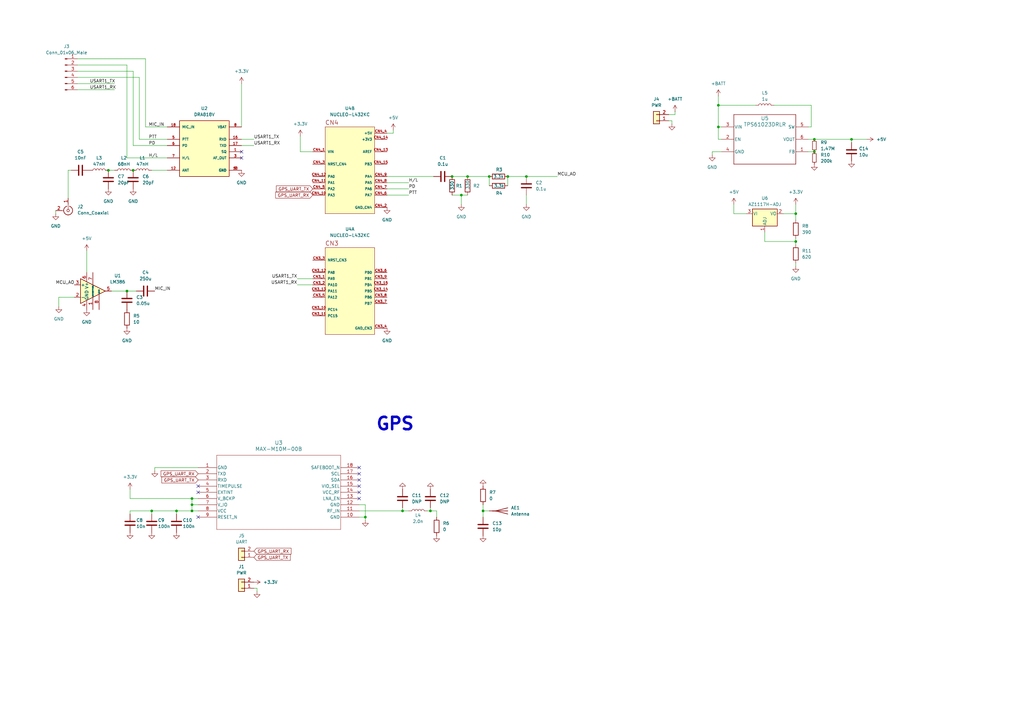
<source format=kicad_sch>
(kicad_sch (version 20231120) (generator "eeschema") (generator_version "8.0")
  (paper "A3")
  (lib_symbols
    (symbol "+3.3V_1" (power) (pin_numbers hide) (pin_names (offset 0) hide)
      (property "Value" "+3.3V" (at 0 3.556 0))
      (symbol "+3.3V_1_0_1"
        (polyline (pts (xy -0.762 1.27) (xy 0 2.54)))
        (polyline (pts (xy 0 0) (xy 0 2.54)))
        (polyline (pts (xy 0 2.54) (xy 0.762 1.27)))
      )
      (symbol "+3.3V_1_1_1"
        (pin power_in line (at 0 0 90) (length 0) (name "~") (number "1"))
      )
    )
    (symbol "Amplifier_Audio:LM386" (pin_names (offset 0.127))
      (property "Reference" "U" (at 1.27 7.62 0))
      (property "Value" "LM386" (at 1.27 5.08 0))
      (symbol "LM386_0_1"
        (polyline (pts (xy 5.08 0) (xy -5.08 5.08) (xy -5.08 -5.08) (xy 5.08 0)) (stroke (width 0.254)) (fill (type background)))
      )
      (symbol "LM386_1_1"
        (pin input line (at 0 -7.62 90) (length 5.08) (name "GAIN") (number "1"))
        (pin input line (at -7.62 -2.54 0) (length 2.54) (name "-") (number "2"))
        (pin input line (at -7.62 2.54 0) (length 2.54) (name "+") (number "3"))
        (pin power_in line (at -2.54 -7.62 90) (length 3.81) (name "GND") (number "4"))
        (pin output line (at 7.62 0 180) (length 2.54) (name "~") (number "5"))
        (pin power_in line (at -2.54 7.62 270) (length 3.81) (name "V+") (number "6"))
        (pin input line (at 0 7.62 270) (length 5.08) (name "BYPASS") (number "7"))
        (pin input line (at 2.54 -7.62 90) (length 6.35) (name "GAIN") (number "8"))
      )
    )
    (symbol "Connector:Conn_01x06_Male" (pin_names (offset 1.016) hide)
      (property "Reference" "J" (at 0 7.62 0))
      (property "Value" "Conn_01x06_Male" (at 0 -10.16 0))
      (symbol "Conn_01x06_Male_1_1"
        (polyline (pts (xy 1.27 -7.62) (xy 0.8636 -7.62)) (stroke (width 0.1524)))
        (polyline (pts (xy 1.27 -5.08) (xy 0.8636 -5.08)) (stroke (width 0.1524)))
        (polyline (pts (xy 1.27 -2.54) (xy 0.8636 -2.54)) (stroke (width 0.1524)))
        (polyline (pts (xy 1.27 0) (xy 0.8636 0)) (stroke (width 0.1524)))
        (polyline (pts (xy 1.27 2.54) (xy 0.8636 2.54)) (stroke (width 0.1524)))
        (polyline (pts (xy 1.27 5.08) (xy 0.8636 5.08)) (stroke (width 0.1524)))
        (rectangle (start 0.8636 -7.493) (end 0 -7.747) (stroke (width 0.1524)) (fill (type outline)))
        (rectangle (start 0.8636 -4.953) (end 0 -5.207) (stroke (width 0.1524)) (fill (type outline)))
        (rectangle (start 0.8636 -2.413) (end 0 -2.667) (stroke (width 0.1524)) (fill (type outline)))
        (rectangle (start 0.8636 0.127) (end 0 -0.127) (stroke (width 0.1524)) (fill (type outline)))
        (rectangle (start 0.8636 2.667) (end 0 2.413) (stroke (width 0.1524)) (fill (type outline)))
        (rectangle (start 0.8636 5.207) (end 0 4.953) (stroke (width 0.1524)) (fill (type outline)))
        (pin passive line (at 5.08 5.08 180) (length 3.81) (name "Pin_1") (number "1"))
        (pin passive line (at 5.08 2.54 180) (length 3.81) (name "Pin_2") (number "2"))
        (pin passive line (at 5.08 0 180) (length 3.81) (name "Pin_3") (number "3"))
        (pin passive line (at 5.08 -2.54 180) (length 3.81) (name "Pin_4") (number "4"))
        (pin passive line (at 5.08 -5.08 180) (length 3.81) (name "Pin_5") (number "5"))
        (pin passive line (at 5.08 -7.62 180) (length 3.81) (name "Pin_6") (number "6"))
      )
    )
    (symbol "Connector:Conn_Coaxial" (pin_names (offset 1.016) hide)
      (property "Reference" "J" (at 0.254 3.048 0))
      (property "Value" "Conn_Coaxial" (at 2.921 0 90))
      (symbol "Conn_Coaxial_0_1"
        (arc (start -1.778 -0.508) (mid 0.2311 -1.8066) (end 1.778 0) (stroke (width 0.254)))
        (polyline (pts (xy -2.54 0) (xy -0.508 0)))
        (polyline (pts (xy 0 -2.54) (xy 0 -1.778)))
        (circle (center 0 0) (radius 0.508) (stroke (width 0.2032)))
        (arc (start 1.778 0) (mid 0.2099 1.8101) (end -1.778 0.508) (stroke (width 0.254)))
      )
      (symbol "Conn_Coaxial_1_1"
        (pin passive line (at -5.08 0 0) (length 2.54) (name "In") (number "1"))
        (pin passive line (at 0 -5.08 90) (length 2.54) (name "Ext") (number "2"))
      )
    )
    (symbol "Connector_Generic:Conn_01x02" (pin_names (offset 1.016) hide)
      (property "Reference" "J" (at 0 2.54 0))
      (property "Value" "Conn_01x02" (at 0 -5.08 0))
      (symbol "Conn_01x02_1_1"
        (rectangle (start -1.27 -2.413) (end 0 -2.667) (stroke (width 0.1524)))
        (rectangle (start -1.27 0.127) (end 0 -0.127) (stroke (width 0.1524)))
        (rectangle (start -1.27 1.27) (end 1.27 -3.81) (stroke (width 0.254)) (fill (type background)))
        (pin passive line (at -5.08 0 0) (length 3.81) (name "Pin_1") (number "1"))
        (pin passive line (at -5.08 -2.54 0) (length 3.81) (name "Pin_2") (number "2"))
      )
    )
    (symbol "DRA818V:DRA818V" (pin_names (offset 1.016))
      (property "Reference" "U" (at -10.1661 13.2159 0))
      (property "Value" "DRA818V" (at -10.1663 -12.7078 0))
      (symbol "DRA818V_0_0"
        (rectangle (start -10.16 -10.16) (end 10.16 12.7) (stroke (width 0.254)) (fill (type background)))
        (pin output line (at 15.24 0 180) (length 5.08) (name "SQ") (number "1"))
        (pin power_in line (at 15.24 -7.62 180) (length 5.08) (name "GND") (number "10"))
        (pin passive line (at -15.24 -7.62 0) (length 5.08) (name "ANT") (number "12"))
        (pin input line (at 15.24 5.08 180) (length 5.08) (name "RXD") (number "16"))
        (pin output line (at 15.24 2.54 180) (length 5.08) (name "TXD") (number "17"))
        (pin input line (at -15.24 10.16 0) (length 5.08) (name "MIC_IN") (number "18"))
        (pin output line (at 15.24 -2.54 180) (length 5.08) (name "AF_OUT") (number "3"))
        (pin input line (at -15.24 5.08 0) (length 5.08) (name "PTT") (number "5"))
        (pin input line (at -15.24 2.54 0) (length 5.08) (name "PD") (number "6"))
        (pin input line (at -15.24 -2.54 0) (length 5.08) (name "H/L") (number "7"))
        (pin power_in line (at 15.24 10.16 180) (length 5.08) (name "VBAT") (number "8"))
        (pin power_in line (at 15.24 -7.62 180) (length 5.08) (name "GND") (number "9"))
      )
    )
    (symbol "Device:Antenna" (pin_numbers hide) (pin_names (offset 1.016) hide)
      (property "Reference" "AE" (at -1.905 1.905 0))
      (property "Value" "Antenna" (at -1.905 0 0))
      (symbol "Antenna_0_1"
        (polyline (pts (xy 0 2.54) (xy 0 -3.81)) (stroke (width 0.254)))
        (polyline (pts (xy 1.27 2.54) (xy 0 -2.54) (xy -1.27 2.54)) (stroke (width 0.254)))
      )
      (symbol "Antenna_1_1"
        (pin input line (at 0 -5.08 90) (length 2.54) (name "A") (number "1"))
      )
    )
    (symbol "Device:C" (pin_numbers hide) (pin_names (offset 0.254))
      (property "Reference" "C" (at 0.635 2.54 0))
      (property "Value" "C" (at 0.635 -2.54 0))
      (symbol "C_0_1"
        (polyline (pts (xy -2.032 -0.762) (xy 2.032 -0.762)) (stroke (width 0.508)))
        (polyline (pts (xy -2.032 0.762) (xy 2.032 0.762)) (stroke (width 0.508)))
      )
      (symbol "C_1_1"
        (pin passive line (at 0 3.81 270) (length 2.794) (name "~") (number "1"))
        (pin passive line (at 0 -3.81 90) (length 2.794) (name "~") (number "2"))
      )
    )
    (symbol "Device:L" (pin_numbers hide) (pin_names (offset 1.016) hide)
      (property "Reference" "L" (at -1.27 0 90))
      (property "Value" "L" (at 1.905 0 90))
      (symbol "L_0_1"
        (arc (start 0 -2.54) (mid 0.6323 -1.905) (end 0 -1.27))
        (arc (start 0 -1.27) (mid 0.6323 -0.635) (end 0 0))
        (arc (start 0 0) (mid 0.6323 0.635) (end 0 1.27))
        (arc (start 0 1.27) (mid 0.6323 1.905) (end 0 2.54))
      )
      (symbol "L_1_1"
        (pin passive line (at 0 3.81 270) (length 1.27) (name "1") (number "1"))
        (pin passive line (at 0 -3.81 90) (length 1.27) (name "2") (number "2"))
      )
    )
    (symbol "Device:R" (pin_numbers hide) (pin_names (offset 0))
      (property "Reference" "R" (at 2.032 0 90))
      (property "Value" "R" (at 0 0 90))
      (symbol "R_0_1"
        (rectangle (start -1.016 -2.54) (end 1.016 2.54) (stroke (width 0.254)))
      )
      (symbol "R_1_1"
        (pin passive line (at 0 3.81 270) (length 1.27) (name "~") (number "1"))
        (pin passive line (at 0 -3.81 90) (length 1.27) (name "~") (number "2"))
      )
    )
    (symbol "Device:R_Small" (pin_numbers hide) (pin_names (offset 0.254) hide)
      (property "Reference" "R" (at 0.762 0.508 0))
      (property "Value" "R_Small" (at 0.762 -1.016 0))
      (symbol "R_Small_0_1"
        (rectangle (start -0.762 1.778) (end 0.762 -1.778) (stroke (width 0.2032)))
      )
      (symbol "R_Small_1_1"
        (pin passive line (at 0 2.54 270) (length 0.762) (name "~") (number "1"))
        (pin passive line (at 0 -2.54 90) (length 0.762) (name "~") (number "2"))
      )
    )
    (symbol "MAX-M10M:MAX-M10M-00B" (pin_names (offset 0.254))
      (property "Reference" "U" (at 33.02 10.16 0))
      (property "Value" "MAX-M10M-00B" (at 33.02 7.62 0))
      (symbol "MAX-M10M-00B_0_1"
        (polyline (pts (xy 7.62 -25.4) (xy 58.42 -25.4)) (stroke (width 0.127)))
        (polyline (pts (xy 7.62 5.08) (xy 7.62 -25.4)) (stroke (width 0.127)))
        (polyline (pts (xy 58.42 -25.4) (xy 58.42 5.08)) (stroke (width 0.127)))
        (polyline (pts (xy 58.42 5.08) (xy 7.62 5.08)) (stroke (width 0.127)))
        (pin power_out line (at 0 0 0) (length 7.62) (name "GND") (number "1"))
        (pin power_out line (at 66.04 -20.32 180) (length 7.62) (name "GND") (number "10"))
        (pin input line (at 66.04 -17.78 180) (length 7.62) (name "RF_IN") (number "11"))
        (pin power_out line (at 66.04 -15.24 180) (length 7.62) (name "GND") (number "12"))
        (pin output line (at 66.04 -12.7 180) (length 7.62) (name "LNA_EN") (number "13"))
        (pin output line (at 66.04 -10.16 180) (length 7.62) (name "VCC_RF") (number "14"))
        (pin input line (at 66.04 -7.62 180) (length 7.62) (name "VIO_SEL") (number "15"))
        (pin bidirectional line (at 66.04 -5.08 180) (length 7.62) (name "SDA") (number "16"))
        (pin input line (at 66.04 -2.54 180) (length 7.62) (name "SCL") (number "17"))
        (pin input line (at 66.04 0 180) (length 7.62) (name "SAFEBOOT_N") (number "18"))
        (pin output line (at 0 -2.54 0) (length 7.62) (name "TXD") (number "2"))
        (pin input line (at 0 -5.08 0) (length 7.62) (name "RXD") (number "3"))
        (pin output line (at 0 -7.62 0) (length 7.62) (name "TIMEPULSE") (number "4"))
        (pin input line (at 0 -10.16 0) (length 7.62) (name "EXTINT") (number "5"))
        (pin power_in line (at 0 -12.7 0) (length 7.62) (name "V_BCKP") (number "6"))
        (pin power_in line (at 0 -15.24 0) (length 7.62) (name "V_IO") (number "7"))
        (pin power_in line (at 0 -17.78 0) (length 7.62) (name "VCC") (number "8"))
        (pin input line (at 0 -20.32 0) (length 7.62) (name "RESET_N") (number "9"))
      )
    )
    (symbol "NUCLEO-L432KC:NUCLEO-L432KC" (pin_names (offset 1.016))
      (property "Reference" "U" (at -10.16 21.082 0))
      (property "Value" "NUCLEO-L432KC" (at -10.16 -20.32 0))
      (symbol "NUCLEO-L432KC_1_0"
        (rectangle (start -10.16 -17.78) (end 10.16 17.78) (stroke (width 0.1524)) (fill (type background)))
        (text "CN3" (at -10.16 18.542 0) (effects (font (size 1.778 1.778)) (justify left bottom)))
        (pin bidirectional line (at -15.24 5.08 0) (length 5.08) (name "PA9") (number "CN3_1"))
        (pin bidirectional line (at -15.24 -7.62 0) (length 5.08) (name "PC14") (number "CN3_10"))
        (pin bidirectional line (at -15.24 -10.16 0) (length 5.08) (name "PC15") (number "CN3_11"))
        (pin bidirectional line (at -15.24 7.62 0) (length 5.08) (name "PA8") (number "CN3_12"))
        (pin bidirectional line (at -15.24 0 0) (length 5.08) (name "PA11") (number "CN3_13"))
        (pin bidirectional line (at 15.24 0 180) (length 5.08) (name "PB5") (number "CN3_14"))
        (pin bidirectional line (at 15.24 2.54 180) (length 5.08) (name "PB4") (number "CN3_15"))
        (pin bidirectional line (at -15.24 2.54 0) (length 5.08) (name "PA10") (number "CN3_2"))
        (pin bidirectional line (at -15.24 12.7 0) (length 5.08) (name "NRST_CN3") (number "CN3_3"))
        (pin power_in line (at 15.24 -15.24 180) (length 5.08) (name "GND_CN3") (number "CN3_4"))
        (pin bidirectional line (at -15.24 -2.54 0) (length 5.08) (name "PA12") (number "CN3_5"))
        (pin bidirectional line (at 15.24 7.62 180) (length 5.08) (name "PB0") (number "CN3_6"))
        (pin bidirectional line (at 15.24 -5.08 180) (length 5.08) (name "PB7") (number "CN3_7"))
        (pin bidirectional line (at 15.24 -2.54 180) (length 5.08) (name "PB6") (number "CN3_8"))
        (pin bidirectional line (at 15.24 5.08 180) (length 5.08) (name "PB1") (number "CN3_9"))
      )
      (symbol "NUCLEO-L432KC_2_0"
        (rectangle (start -10.16 -17.78) (end 10.16 17.78) (stroke (width 0.1524)) (fill (type background)))
        (text "CN4" (at -10.16 18.542 0) (effects (font (size 1.778 1.778)) (justify left bottom)))
        (pin input line (at -15.24 7.62 0) (length 5.08) (name "VIN") (number "CN4_1"))
        (pin bidirectional line (at -15.24 -10.16 0) (length 5.08) (name "PA3") (number "CN4_10"))
        (pin bidirectional line (at -15.24 -5.08 0) (length 5.08) (name "PA1") (number "CN4_11"))
        (pin bidirectional line (at -15.24 -2.54 0) (length 5.08) (name "PA0") (number "CN4_12"))
        (pin bidirectional line (at 15.24 7.62 180) (length 5.08) (name "AREF") (number "CN4_13"))
        (pin power_in line (at 15.24 12.7 180) (length 5.08) (name "+3V3") (number "CN4_14"))
        (pin bidirectional line (at 15.24 2.54 180) (length 5.08) (name "PB3") (number "CN4_15"))
        (pin power_in line (at 15.24 -15.24 180) (length 5.08) (name "GND_CN4") (number "CN4_2"))
        (pin bidirectional line (at -15.24 2.54 0) (length 5.08) (name "NRST_CN4") (number "CN4_3"))
        (pin power_in line (at 15.24 15.24 180) (length 5.08) (name "+5V") (number "CN4_4"))
        (pin bidirectional line (at -15.24 -7.62 0) (length 5.08) (name "PA2") (number "CN4_5"))
        (pin bidirectional line (at 15.24 -10.16 180) (length 5.08) (name "PA7") (number "CN4_6"))
        (pin bidirectional line (at 15.24 -7.62 180) (length 5.08) (name "PA6") (number "CN4_7"))
        (pin bidirectional line (at 15.24 -5.08 180) (length 5.08) (name "PA5") (number "CN4_8"))
        (pin bidirectional line (at 15.24 -2.54 180) (length 5.08) (name "PA4") (number "CN4_9"))
      )
    )
    (symbol "Regulator_Linear:AZ1117H-ADJ" (pin_names (offset 0.254))
      (property "Reference" "U" (at -3.81 3.175 0))
      (property "Value" "AZ1117H-ADJ" (at 0 3.175 0))
      (symbol "AZ1117H-ADJ_0_1"
        (rectangle (start -5.08 1.905) (end 5.08 -5.08) (stroke (width 0.254)) (fill (type background)))
      )
      (symbol "AZ1117H-ADJ_1_1"
        (pin input line (at 0 -7.62 90) (length 2.54) (name "ADJ") (number "1"))
        (pin power_out line (at 7.62 0 180) (length 2.54) (name "VO") (number "2"))
        (pin power_in line (at -7.62 0 0) (length 2.54) (name "VI") (number "3"))
      )
    )
    (symbol "TPS61023:TPS61023DRLR" (pin_names (offset 0.254))
      (property "Reference" "U" (at 0 2.54 0))
      (property "Value" "TPS61023DRLR" (at 0 0 0))
      (symbol "TPS61023DRLR_0_1"
        (polyline (pts (xy -12.7 -10.16) (xy 12.7 -10.16)) (stroke (width 0.2032)))
        (polyline (pts (xy -12.7 10.16) (xy -12.7 -10.16)) (stroke (width 0.2032)))
        (polyline (pts (xy 12.7 -10.16) (xy 12.7 10.16)) (stroke (width 0.2032)))
        (polyline (pts (xy 12.7 10.16) (xy -12.7 10.16)) (stroke (width 0.2032)))
        (pin input line (at 17.78 -5.08 180) (length 5.08) (name "FB") (number "1"))
        (pin input line (at -17.78 0 0) (length 5.08) (name "EN") (number "2"))
        (pin power_in line (at -17.78 5.08 0) (length 5.08) (name "VIN") (number "3"))
        (pin power_in line (at -17.78 -5.08 0) (length 5.08) (name "GND") (number "4"))
        (pin power_in line (at 17.78 5.08 180) (length 5.08) (name "SW") (number "5"))
        (pin power_in line (at 17.78 0 180) (length 5.08) (name "VOUT") (number "6"))
      )
    )
    (symbol "power:+3.3V" (power) (pin_names (offset 0))
      (property "Value" "+3.3V" (at 0 3.556 0))
      (symbol "+3.3V_0_1"
        (polyline (pts (xy -0.762 1.27) (xy 0 2.54)))
        (polyline (pts (xy 0 0) (xy 0 2.54)))
        (polyline (pts (xy 0 2.54) (xy 0.762 1.27)))
      )
      (symbol "+3.3V_1_1"
        (pin power_in line (at 0 0 90) (length 0) hide (name "+3.3V") (number "1"))
      )
    )
    (symbol "power:+5V" (power) (pin_names (offset 0))
      (property "Value" "+5V" (at 0 3.556 0))
      (symbol "+5V_0_1"
        (polyline (pts (xy -0.762 1.27) (xy 0 2.54)))
        (polyline (pts (xy 0 0) (xy 0 2.54)))
        (polyline (pts (xy 0 2.54) (xy 0.762 1.27)))
      )
      (symbol "+5V_1_1"
        (pin power_in line (at 0 0 90) (length 0) hide (name "+5V") (number "1"))
      )
    )
    (symbol "power:+BATT" (power) (pin_numbers hide) (pin_names (offset 0) hide)
      (property "Value" "+BATT" (at 0 3.556 0))
      (symbol "+BATT_0_1"
        (polyline (pts (xy -0.762 1.27) (xy 0 2.54)))
        (polyline (pts (xy 0 0) (xy 0 2.54)))
        (polyline (pts (xy 0 2.54) (xy 0.762 1.27)))
      )
      (symbol "+BATT_1_1"
        (pin power_in line (at 0 0 90) (length 0) (name "~") (number "1"))
      )
    )
    (symbol "power:GND" (power) (pin_names (offset 0))
      (property "Value" "GND" (at 0 -3.81 0))
      (symbol "GND_0_1"
        (polyline (pts (xy 0 0) (xy 0 -1.27) (xy 1.27 -1.27) (xy 0 -2.54) (xy -1.27 -1.27) (xy 0 -1.27)))
      )
      (symbol "GND_1_1"
        (pin power_in line (at 0 0 270) (length 0) hide (name "GND") (number "1"))
      )
    )
  )
  (junction (at 44.45 69.85))
  (junction (at 52.07 119.38))
  (junction (at 72.39 209.55))
  (junction (at 294.64 52.07))
  (junction (at 215.9 72.39))
  (junction (at 294.64 43.18))
  (junction (at 78.74 209.55))
  (junction (at 149.86 212.09))
  (junction (at 165.1 209.55))
  (junction (at 198.12 209.55))
  (junction (at 334.01 57.15))
  (junction (at 334.01 62.23))
  (junction (at 78.74 207.01))
  (junction (at 185.42 72.39))
  (junction (at 176.53 209.55))
  (junction (at 78.74 204.47))
  (junction (at 200.66 72.39))
  (junction (at 54.61 69.85))
  (junction (at 208.28 72.39))
  (junction (at 191.77 72.39))
  (junction (at 326.39 99.06))
  (junction (at 189.23 80.01))
  (junction (at 349.25 57.15))
  (junction (at 326.39 87.63))
  (junction (at 62.23 209.55))
  (no_connect (at 99.06 62.23))
  (no_connect (at 147.32 199.39))
  (no_connect (at 99.06 64.77))
  (no_connect (at 147.32 194.31))
  (no_connect (at 81.28 212.09))
  (no_connect (at 147.32 191.77))
  (no_connect (at 147.32 204.47))
  (no_connect (at 147.32 196.85))
  (no_connect (at 81.28 199.39))
  (no_connect (at 147.32 201.93))
  (no_connect (at 81.28 201.93))
  (wire (pts (xy 78.74 204.47) (xy 78.74 207.01)))
  (wire (pts (xy 149.86 207.01) (xy 149.86 212.09)))
  (wire (pts (xy 326.39 107.95) (xy 326.39 109.22)))
  (wire (pts (xy 31.75 36.83) (xy 46.99 36.83)))
  (wire (pts (xy 189.23 80.01) (xy 189.23 83.82)))
  (wire (pts (xy 45.72 119.38) (xy 52.07 119.38)))
  (wire (pts (xy 317.5 43.18) (xy 332.74 43.18)))
  (wire (pts (xy 123.19 62.23) (xy 123.19 55.88)))
  (wire (pts (xy 24.13 121.92) (xy 30.48 121.92)))
  (wire (pts (xy 331.47 57.15) (xy 334.01 57.15)))
  (wire (pts (xy 295.91 62.23) (xy 292.1 62.23)))
  (wire (pts (xy 99.06 59.69) (xy 104.14 59.69)))
  (wire (pts (xy 161.29 54.61) (xy 161.29 53.34)))
  (wire (pts (xy 294.64 43.18) (xy 294.64 52.07)))
  (wire (pts (xy 198.12 207.01) (xy 198.12 209.55)))
  (wire (pts (xy 326.39 87.63) (xy 326.39 90.17)))
  (wire (pts (xy 294.64 39.37) (xy 294.64 43.18)))
  (wire (pts (xy 81.28 207.01) (xy 78.74 207.01)))
  (wire (pts (xy 147.32 207.01) (xy 149.86 207.01)))
  (wire (pts (xy 158.75 54.61) (xy 161.29 54.61)))
  (wire (pts (xy 22.86 86.36) (xy 22.86 87.63)))
  (wire (pts (xy 158.75 74.93) (xy 167.64 74.93)))
  (wire (pts (xy 191.77 72.39) (xy 200.66 72.39)))
  (wire (pts (xy 185.42 80.01) (xy 189.23 80.01)))
  (wire (pts (xy 147.32 209.55) (xy 165.1 209.55)))
  (wire (pts (xy 158.75 80.01) (xy 167.64 80.01)))
  (wire (pts (xy 275.59 49.53) (xy 275.59 50.8)))
  (wire (pts (xy 78.74 209.55) (xy 81.28 209.55)))
  (wire (pts (xy 52.07 26.67) (xy 52.07 64.77)))
  (wire (pts (xy 27.94 69.85) (xy 29.21 69.85)))
  (wire (pts (xy 300.99 87.63) (xy 300.99 83.82)))
  (wire (pts (xy 31.75 24.13) (xy 59.69 24.13)))
  (wire (pts (xy 176.53 208.28) (xy 176.53 209.55)))
  (wire (pts (xy 54.61 29.21) (xy 54.61 59.69)))
  (wire (pts (xy 208.28 72.39) (xy 215.9 72.39)))
  (wire (pts (xy 52.07 64.77) (xy 68.58 64.77)))
  (wire (pts (xy 179.07 209.55) (xy 176.53 209.55)))
  (wire (pts (xy 53.34 209.55) (xy 53.34 210.82)))
  (wire (pts (xy 294.64 57.15) (xy 294.64 52.07)))
  (wire (pts (xy 105.41 241.3) (xy 105.41 242.57)))
  (wire (pts (xy 326.39 87.63) (xy 321.31 87.63)))
  (wire (pts (xy 158.75 72.39) (xy 177.8 72.39)))
  (wire (pts (xy 81.28 204.47) (xy 78.74 204.47)))
  (wire (pts (xy 313.69 99.06) (xy 326.39 99.06)))
  (wire (pts (xy 27.94 69.85) (xy 27.94 81.28)))
  (wire (pts (xy 208.28 72.39) (xy 208.28 76.2)))
  (wire (pts (xy 200.66 72.39) (xy 200.66 76.2)))
  (wire (pts (xy 31.75 34.29) (xy 46.99 34.29)))
  (wire (pts (xy 326.39 99.06) (xy 326.39 100.33)))
  (wire (pts (xy 78.74 207.01) (xy 78.74 209.55)))
  (wire (pts (xy 215.9 80.01) (xy 215.9 83.82)))
  (wire (pts (xy 63.5 191.77) (xy 63.5 193.04)))
  (wire (pts (xy 128.27 114.3) (xy 121.92 114.3)))
  (wire (pts (xy 306.07 87.63) (xy 300.99 87.63)))
  (wire (pts (xy 332.74 43.18) (xy 332.74 52.07)))
  (wire (pts (xy 52.07 26.67) (xy 31.75 26.67)))
  (wire (pts (xy 332.74 52.07) (xy 331.47 52.07)))
  (wire (pts (xy 313.69 95.25) (xy 313.69 99.06)))
  (wire (pts (xy 62.23 69.85) (xy 68.58 69.85)))
  (wire (pts (xy 185.42 72.39) (xy 191.77 72.39)))
  (wire (pts (xy 274.32 46.99) (xy 276.86 46.99)))
  (wire (pts (xy 198.12 212.09) (xy 198.12 209.55)))
  (wire (pts (xy 54.61 59.69) (xy 68.58 59.69)))
  (wire (pts (xy 99.06 57.15) (xy 104.14 57.15)))
  (wire (pts (xy 57.15 57.15) (xy 57.15 31.75)))
  (wire (pts (xy 147.32 212.09) (xy 149.86 212.09)))
  (wire (pts (xy 128.27 62.23) (xy 123.19 62.23)))
  (wire (pts (xy 167.64 209.55) (xy 165.1 209.55)))
  (wire (pts (xy 24.13 121.92) (xy 24.13 125.73)))
  (wire (pts (xy 81.28 191.77) (xy 63.5 191.77)))
  (wire (pts (xy 52.07 119.38) (xy 55.88 119.38)))
  (wire (pts (xy 294.64 52.07) (xy 295.91 52.07)))
  (wire (pts (xy 158.75 77.47) (xy 167.64 77.47)))
  (wire (pts (xy 149.86 213.36) (xy 149.86 212.09)))
  (wire (pts (xy 179.07 212.09) (xy 179.07 209.55)))
  (wire (pts (xy 334.01 57.15) (xy 349.25 57.15)))
  (wire (pts (xy 59.69 52.07) (xy 68.58 52.07)))
  (wire (pts (xy 331.47 62.23) (xy 334.01 62.23)))
  (wire (pts (xy 57.15 57.15) (xy 68.58 57.15)))
  (wire (pts (xy 121.92 116.84) (xy 128.27 116.84)))
  (wire (pts (xy 72.39 209.55) (xy 78.74 209.55)))
  (wire (pts (xy 62.23 209.55) (xy 62.23 210.82)))
  (wire (pts (xy 62.23 209.55) (xy 72.39 209.55)))
  (wire (pts (xy 53.34 209.55) (xy 62.23 209.55)))
  (wire (pts (xy 35.56 102.87) (xy 35.56 111.76)))
  (wire (pts (xy 53.34 200.66) (xy 53.34 204.47)))
  (wire (pts (xy 31.75 31.75) (xy 57.15 31.75)))
  (wire (pts (xy 292.1 62.23) (xy 292.1 63.5)))
  (wire (pts (xy 176.53 209.55) (xy 175.26 209.55)))
  (wire (pts (xy 198.12 209.55) (xy 200.66 209.55)))
  (wire (pts (xy 189.23 80.01) (xy 191.77 80.01)))
  (wire (pts (xy 326.39 83.82) (xy 326.39 87.63)))
  (wire (pts (xy 215.9 72.39) (xy 228.6 72.39)))
  (wire (pts (xy 165.1 209.55) (xy 165.1 208.28)))
  (wire (pts (xy 276.86 46.99) (xy 276.86 45.72)))
  (wire (pts (xy 99.06 34.29) (xy 99.06 52.07)))
  (wire (pts (xy 349.25 57.15) (xy 349.25 58.42)))
  (wire (pts (xy 309.88 43.18) (xy 294.64 43.18)))
  (wire (pts (xy 72.39 209.55) (xy 72.39 210.82)))
  (wire (pts (xy 295.91 57.15) (xy 294.64 57.15)))
  (wire (pts (xy 274.32 49.53) (xy 275.59 49.53)))
  (wire (pts (xy 44.45 69.85) (xy 46.99 69.85)))
  (wire (pts (xy 326.39 97.79) (xy 326.39 99.06)))
  (wire (pts (xy 59.69 24.13) (xy 59.69 52.07)))
  (wire (pts (xy 349.25 57.15) (xy 355.6 57.15)))
  (wire (pts (xy 31.75 29.21) (xy 54.61 29.21)))
  (wire (pts (xy 104.14 241.3) (xy 105.41 241.3)))
  (wire (pts (xy 53.34 204.47) (xy 78.74 204.47)))
  (text "GPS\n" (at 162.052 173.99 0) (effects (font (size 5.08 5.08) (bold yes))))
  (label "MCU_AO" (at 228.6 72.39 0))
  (label "USART1_TX" (at 36.83 34.29 0))
  (label "H{slash}L" (at 60.96 64.77 0))
  (label "USART1_RX" (at 104.14 59.69 0))
  (label "MIC_IN" (at 60.96 52.07 0))
  (label "PTT" (at 60.96 57.15 0))
  (label "MCU_AO" (at 30.48 116.84 180))
  (label "USART1_RX" (at 36.83 36.83 0))
  (label "USART1_TX" (at 104.14 57.15 0))
  (label "PTT" (at 167.64 80.01 0))
  (label "MIC_IN" (at 63.5 119.38 0))
  (label "H{slash}L" (at 167.64 74.93 0))
  (label "PD" (at 167.64 77.47 0))
  (label "USART1_TX" (at 121.92 114.3 180))
  (label "USART1_RX" (at 121.92 116.84 180))
  (label "PD" (at 60.96 59.69 0))
  (global_label "GPS_UART_RX" (shape input) (at 81.28 194.31 180) (property "Intersheetrefs" "${INTERSHEET_REFS}" (effects (hide yes))))
  (global_label "GPS_UART_TX" (shape input) (at 128.27 77.47 180) (property "Intersheetrefs" "${INTERSHEET_REFS}" (effects (hide yes))))
  (global_label "GPS_UART_RX" (shape input) (at 128.27 80.01 180) (property "Intersheetrefs" "${INTERSHEET_REFS}" (effects (hide yes))))
  (global_label "GPS_UART_TX" (shape input) (at 81.28 196.85 180) (property "Intersheetrefs" "${INTERSHEET_REFS}" (effects (hide yes))))
  (global_label "GPS_UART_TX" (shape input) (at 104.14 228.6 0) (property "Intersheetrefs" "${INTERSHEET_REFS}" (effects (hide yes))))
  (global_label "GPS_UART_RX" (shape input) (at 104.14 226.06 0) (property "Intersheetrefs" "${INTERSHEET_REFS}" (effects (hide yes))))
  (symbol (lib_id "Device:C") (at 59.69 119.38 90) (unit 1)
    (property "Reference" "C4" (at 59.69 111.76 90))
    (property "Value" "250u" (at 59.69 114.3 90))
    (property "Footprint" "Capacitor_SMD:C_1210_3225Metric" (effects (hide yes)))
    (property "Description" "Unpolarized capacitor" (effects (hide yes)))
  )
  (symbol (lib_id "power:+BATT") (at 276.86 45.72 0) (unit 1)
    (property "Reference" "#PWR038" (effects (hide yes)))
    (property "Value" "+BATT" (at 276.86 40.64 0))
    (property "Description" "Power symbol creates a global label with name \"+BATT\"" (effects (hide yes)))
  )
  (symbol (lib_id "Device:L") (at 313.69 43.18 90) (unit 1)
    (property "Reference" "L5" (at 313.69 38.1 90))
    (property "Value" "1u" (at 313.69 40.64 90))
    (property "Footprint" "Inductor_SMD:L_0603_1608Metric" (effects (hide yes)))
    (property "Description" "Inductor" (effects (hide yes)))
  )
  (symbol (lib_id "power:GND") (at 63.5 193.04 0) (unit 1)
    (property "Reference" "#PWR019" (effects (hide yes)))
    (property "Value" "GND" (effects (hide yes)))
    (property "Description" "Power symbol creates a global label with name \"GND\" , ground" (effects (hide yes)))
  )
  (symbol (lib_id "Device:C") (at 54.61 73.66 0) (unit 1)
    (property "Reference" "C6" (at 58.42 72.3899 0) (effects (justify left)))
    (property "Value" "20pF" (at 58.42 74.9299 0) (effects (justify left)))
    (property "Footprint" "Capacitor_SMD:C_0603_1608Metric" (effects (hide yes)))
    (property "Description" "Unpolarized capacitor" (effects (hide yes)))
  )
  (symbol (lib_id "power:GND") (at 44.45 77.47 0) (unit 1)
    (property "Reference" "#PWR015" (effects (hide yes)))
    (property "Value" "GND" (at 44.45 82.55 0))
    (property "Description" "Power symbol creates a global label with name \"GND\" , ground" (effects (hide yes)))
  )
  (symbol (lib_name "+3.3V_1") (lib_id "power:+3.3V") (at 326.39 83.82 0) (unit 1)
    (property "Reference" "#PWR034" (effects (hide yes)))
    (property "Value" "+3.3V" (at 326.39 78.74 0))
    (property "Description" "Power symbol creates a global label with name \"+3.3V\"" (effects (hide yes)))
  )
  (symbol (lib_id "power:GND") (at 72.39 218.44 0) (unit 1)
    (property "Reference" "#PWR020" (effects (hide yes)))
    (property "Value" "GND" (effects (hide yes)))
    (property "Description" "Power symbol creates a global label with name \"GND\" , ground" (effects (hide yes)))
  )
  (symbol (lib_id "Device:R") (at 204.47 76.2 90) (unit 1)
    (property "Reference" "R4" (at 204.724 79.248 90))
    (property "Value" "3.3k" (at 204.47 72.39 90))
    (property "Footprint" "Resistor_SMD:R_0603_1608Metric" (effects (hide yes)))
    (property "Description" "Resistor" (effects (hide yes)))
  )
  (symbol (lib_id "Device:L") (at 171.45 209.55 270) (mirror x) (unit 1)
    (property "Reference" "L4" (at 171.45 211.328 90))
    (property "Value" "2.0n" (at 171.45 213.868 90))
    (property "Footprint" "Inductor_SMD:L_0603_1608Metric" (effects (hide yes)))
    (property "Description" "Inductor" (effects (hide yes)))
  )
  (symbol (lib_id "Device:R_Small") (at 334.01 64.77 0) (unit 1)
    (property "Reference" "R10" (at 336.55 63.4999 0) (effects (justify left)))
    (property "Value" "200k" (at 336.55 66.0399 0) (effects (justify left)))
    (property "Footprint" "Resistor_SMD:R_0603_1608Metric" (effects (hide yes)))
    (property "Description" "Resistor, small symbol" (effects (hide yes)))
  )
  (symbol (lib_id "power:GND") (at 54.61 77.47 0) (unit 1)
    (property "Reference" "#PWR014" (effects (hide yes)))
    (property "Value" "GND" (at 54.61 82.55 0))
    (property "Description" "Power symbol creates a global label with name \"GND\" , ground" (effects (hide yes)))
  )
  (symbol (lib_id "Device:R") (at 198.12 203.2 0) (unit 1)
    (property "Reference" "R7" (at 200.66 201.9299 0) (effects (justify left)))
    (property "Value" "0" (at 200.66 204.4699 0) (effects (justify left)))
    (property "Footprint" "Resistor_SMD:R_0603_1608Metric" (effects (hide yes)))
    (property "Description" "Resistor" (effects (hide yes)))
  )
  (symbol (lib_id "NUCLEO-L432KC:NUCLEO-L432KC") (at 143.51 119.38 0) (unit 1)
    (property "Reference" "U4" (at 143.51 93.98 0))
    (property "Value" "NUCLEO-L432KC" (at 143.51 96.52 0))
    (property "Footprint" "NUCLEO-L432KC:MODULE_NUCLEO-L432KC" (effects (hide yes)))
    (property "MF" "STMicroelectronics" (effects (hide yes)))
    (property "MAXIMUM_PACKAGE_HEIGHT" "N/A" (effects (hide yes)))
    (property "Package" "None" (effects (hide yes)))
    (property "Price" "None" (effects (hide yes)))
    (property "Check_prices" "https://www.snapeda.com/parts/NUCLEO-L432KC/STMicroelectronics/view-part/?ref=eda" (effects (hide yes)))
    (property "STANDARD" "Manufacturer Recommendations" (effects (hide yes)))
    (property "PARTREV" "N/A" (effects (hide yes)))
    (property "SnapEDA_Link" "https://www.snapeda.com/parts/NUCLEO-L432KC/STMicroelectronics/view-part/?ref=snap" (effects (hide yes)))
    (property "MP" "NUCLEO-L432KC" (effects (hide yes)))
    (property "Purchase-URL" "https://www.snapeda.com/api/url_track_click_mouser/?unipart_id=628463&manufacturer=STMicroelectronics&part_name=NUCLEO-L432KC&search_term=None" (effects (hide yes)))
    (property "Description_1" "\nSTM32L432KC, mbed-Enabled Development Nucleo-32 STM32L4 ARM® Cortex®-M4 MCU 32-Bit Embedded Evaluation Board\n" (effects (hide yes)))
    (property "Availability" "In Stock" (effects (hide yes)))
    (property "MANUFACTURER" "ST Microelectronics" (effects (hide yes)))
  )
  (symbol (lib_id "power:+3.3V") (at 53.34 200.66 0) (unit 1)
    (property "Reference" "#PWR017" (effects (hide yes)))
    (property "Value" "+3.3V" (at 53.34 195.58 0))
    (property "Description" "Power symbol creates a global label with name \"+3.3V\"" (effects (hide yes)))
  )
  (symbol (lib_id "NUCLEO-L432KC:NUCLEO-L432KC") (at 143.51 69.85 0) (unit 2)
    (property "Reference" "U4" (at 143.51 44.45 0))
    (property "Value" "NUCLEO-L432KC" (at 143.51 46.99 0))
    (property "Footprint" "NUCLEO-L432KC:MODULE_NUCLEO-L432KC" (effects (hide yes)))
    (property "MF" "STMicroelectronics" (effects (hide yes)))
    (property "MAXIMUM_PACKAGE_HEIGHT" "N/A" (effects (hide yes)))
    (property "Package" "None" (effects (hide yes)))
    (property "Price" "None" (effects (hide yes)))
    (property "Check_prices" "https://www.snapeda.com/parts/NUCLEO-L432KC/STMicroelectronics/view-part/?ref=eda" (effects (hide yes)))
    (property "STANDARD" "Manufacturer Recommendations" (effects (hide yes)))
    (property "PARTREV" "N/A" (effects (hide yes)))
    (property "SnapEDA_Link" "https://www.snapeda.com/parts/NUCLEO-L432KC/STMicroelectronics/view-part/?ref=snap" (effects (hide yes)))
    (property "MP" "NUCLEO-L432KC" (effects (hide yes)))
    (property "Purchase-URL" "https://www.snapeda.com/api/url_track_click_mouser/?unipart_id=628463&manufacturer=STMicroelectronics&part_name=NUCLEO-L432KC&search_term=None" (effects (hide yes)))
    (property "Description_1" "\nSTM32L432KC, mbed-Enabled Development Nucleo-32 STM32L4 ARM® Cortex®-M4 MCU 32-Bit Embedded Evaluation Board\n" (effects (hide yes)))
    (property "Availability" "In Stock" (effects (hide yes)))
    (property "MANUFACTURER" "ST Microelectronics" (effects (hide yes)))
  )
  (symbol (lib_id "Device:L") (at 40.64 69.85 90) (unit 1)
    (property "Reference" "L3" (at 40.64 64.77 90))
    (property "Value" "47nH" (at 40.64 67.31 90))
    (property "Footprint" "Inductor_SMD:L_0603_1608Metric" (effects (hide yes)))
    (property "Description" "Inductor" (effects (hide yes)))
  )
  (symbol (lib_id "power:GND") (at 189.23 83.82 0) (unit 1)
    (property "Reference" "#PWR07" (effects (hide yes)))
    (property "Value" "GND" (at 189.23 88.9 0))
    (property "Description" "Power symbol creates a global label with name \"GND\" , ground" (effects (hide yes)))
  )
  (symbol (lib_id "power:GND") (at 52.07 134.62 0) (unit 1)
    (property "Reference" "#PWR012" (effects (hide yes)))
    (property "Value" "GND" (at 52.07 139.7 0))
    (property "Description" "Power symbol creates a global label with name \"GND\" , ground" (effects (hide yes)))
  )
  (symbol (lib_id "power:GND") (at 165.1 200.66 180) (unit 1)
    (property "Reference" "#PWR024" (effects (hide yes)))
    (property "Value" "GND" (effects (hide yes)))
    (property "Description" "Power symbol creates a global label with name \"GND\" , ground" (effects (hide yes)))
  )
  (symbol (lib_id "power:+5V") (at 35.56 102.87 0) (unit 1)
    (property "Reference" "#PWR011" (effects (hide yes)))
    (property "Value" "+5V" (at 35.56 97.79 0))
    (property "Description" "Power symbol creates a global label with name \"+5V\"" (effects (hide yes)))
  )
  (symbol (lib_id "Device:R") (at 326.39 104.14 0) (unit 1)
    (property "Reference" "R11" (at 328.93 102.8699 0) (effects (justify left)))
    (property "Value" "620" (at 328.93 105.4099 0) (effects (justify left)))
    (property "Footprint" "Resistor_SMD:R_0603_1608Metric" (effects (hide yes)))
    (property "Description" "Resistor" (effects (hide yes)))
  )
  (symbol (lib_id "MAX-M10M:MAX-M10M-00B") (at 81.28 191.77 0) (unit 1)
    (property "Reference" "U3" (at 114.3 181.61 0) (effects (font (size 1.524 1.524))))
    (property "Value" "MAX-M10M-00B" (at 114.3 184.15 0) (effects (font (size 1.524 1.524))))
    (property "Footprint" "footprints:MOD18_MAX-M10M_UBL" (effects (hide yes)))
    (property "Datasheet" "MAX-M10M-00B" (effects (hide yes)))
  )
  (symbol (lib_id "Device:C") (at 62.23 214.63 0) (unit 1)
    (property "Reference" "C9" (at 64.77 213.36 0) (effects (justify left)))
    (property "Value" "100n" (at 64.77 215.9 0) (effects (justify left)))
    (property "Footprint" "Capacitor_SMD:C_0402_1005Metric" (effects (hide yes)))
    (property "Description" "Unpolarized capacitor" (effects (hide yes)))
  )
  (symbol (lib_id "Connector_Generic:Conn_01x02") (at 269.24 49.53 180) (unit 1)
    (property "Reference" "J4" (at 269.24 40.64 0))
    (property "Value" "PWR" (at 269.24 43.18 0))
    (property "Footprint" "Connector_PinHeader_2.54mm:PinHeader_1x02_P2.54mm_Vertical" (effects (hide yes)))
    (property "Description" "Generic connector, single row, 01x02, script generated (kicad-library-utils/schlib/autogen/connector/)" (effects (hide yes)))
  )
  (symbol (lib_id "Device:R") (at 204.47 72.39 90) (unit 1)
    (property "Reference" "R3" (at 204.724 69.596 90))
    (property "Value" "3.3k" (at 204.724 76.2 90))
    (property "Footprint" "Resistor_SMD:R_0603_1608Metric" (effects (hide yes)))
    (property "Description" "Resistor" (effects (hide yes)))
  )
  (symbol (lib_id "Device:L") (at 50.8 69.85 90) (unit 1)
    (property "Reference" "L2" (at 50.8 64.77 90))
    (property "Value" "68nH" (at 50.8 67.31 90))
    (property "Footprint" "Inductor_SMD:L_0603_1608Metric" (effects (hide yes)))
    (property "Description" "Inductor" (effects (hide yes)))
  )
  (symbol (lib_id "Device:R") (at 326.39 93.98 0) (unit 1)
    (property "Reference" "R8" (at 328.93 92.7099 0) (effects (justify left)))
    (property "Value" "390" (at 328.93 95.2499 0) (effects (justify left)))
    (property "Footprint" "Resistor_SMD:R_0603_1608Metric" (effects (hide yes)))
    (property "Description" "Resistor" (effects (hide yes)))
  )
  (symbol (lib_id "power:+5V") (at 355.6 57.15 270) (unit 1)
    (property "Reference" "#PWR033" (effects (hide yes)))
    (property "Value" "+5V" (at 359.41 57.1499 90) (effects (justify left)))
    (property "Description" "Power symbol creates a global label with name \"+5V\"" (effects (hide yes)))
  )
  (symbol (lib_id "Connector:Conn_Coaxial") (at 27.94 86.36 270) (unit 1)
    (property "Reference" "J2" (at 31.75 84.7724 90) (effects (justify left)))
    (property "Value" "Conn_Coaxial" (at 31.75 87.3124 90) (effects (justify left)))
    (property "Footprint" "Connector_Coaxial:SMA_Molex_73251-1153_EdgeMount_Horizontal" (effects (hide yes)))
    (property "Description" "coaxial connector (BNC, SMA, SMB, SMC, Cinch/RCA, LEMO, ...)" (effects (hide yes)))
  )
  (symbol (lib_id "power:GND") (at 149.86 213.36 0) (unit 1)
    (property "Reference" "#PWR023" (effects (hide yes)))
    (property "Value" "GND" (effects (hide yes)))
    (property "Description" "Power symbol creates a global label with name \"GND\" , ground" (effects (hide yes)))
  )
  (symbol (lib_id "Device:L") (at 58.42 69.85 90) (unit 1)
    (property "Reference" "L1" (at 58.42 64.77 90))
    (property "Value" "47nH" (at 58.42 67.31 90))
    (property "Footprint" "Inductor_SMD:L_0603_1608Metric" (effects (hide yes)))
    (property "Description" "Inductor" (effects (hide yes)))
  )
  (symbol (lib_id "Device:C") (at 53.34 214.63 0) (unit 1)
    (property "Reference" "C8" (at 55.88 213.36 0) (effects (justify left)))
    (property "Value" "10n" (at 55.88 215.9 0) (effects (justify left)))
    (property "Footprint" "Capacitor_SMD:C_0402_1005Metric" (effects (hide yes)))
    (property "Description" "Unpolarized capacitor" (effects (hide yes)))
  )
  (symbol (lib_id "Device:R") (at 185.42 76.2 180) (unit 1)
    (property "Reference" "R1" (at 186.944 76.2 0) (effects (justify right)))
    (property "Value" "330" (at 185.42 77.978 90) (effects (justify right)))
    (property "Footprint" "Resistor_SMD:R_0603_1608Metric" (effects (hide yes)))
    (property "Description" "Resistor" (effects (hide yes)))
  )
  (symbol (lib_id "power:GND") (at 62.23 218.44 0) (unit 1)
    (property "Reference" "#PWR018" (effects (hide yes)))
    (property "Value" "GND" (effects (hide yes)))
    (property "Description" "Power symbol creates a global label with name \"GND\" , ground" (effects (hide yes)))
  )
  (symbol (lib_id "power:GND") (at 35.56 127 0) (unit 1)
    (property "Reference" "#PWR010" (effects (hide yes)))
    (property "Value" "GND" (at 35.56 132.08 0))
    (property "Description" "Power symbol creates a global label with name \"GND\" , ground" (effects (hide yes)))
  )
  (symbol (lib_id "power:GND") (at 334.01 67.31 0) (unit 1)
    (property "Reference" "#PWR031" (effects (hide yes)))
    (property "Value" "GND" (effects (hide yes)))
    (property "Description" "Power symbol creates a global label with name \"GND\" , ground" (effects (hide yes)))
  )
  (symbol (lib_id "power:GND") (at 53.34 218.44 0) (unit 1)
    (property "Reference" "#PWR016" (effects (hide yes)))
    (property "Value" "GND" (effects (hide yes)))
    (property "Description" "Power symbol creates a global label with name \"GND\" , ground" (effects (hide yes)))
  )
  (symbol (lib_id "power:GND") (at 158.75 85.09 0) (unit 1)
    (property "Reference" "#PWR04" (effects (hide yes)))
    (property "Value" "GND" (at 158.75 90.17 0))
    (property "Description" "Power symbol creates a global label with name \"GND\" , ground" (effects (hide yes)))
  )
  (symbol (lib_id "Device:C") (at 165.1 204.47 0) (unit 1)
    (property "Reference" "C11" (at 168.91 203.1999 0) (effects (justify left)))
    (property "Value" "DNP" (at 168.91 205.7399 0) (effects (justify left)))
    (property "Footprint" "Capacitor_SMD:C_0603_1608Metric" (effects (hide yes)))
    (property "Description" "Unpolarized capacitor" (effects (hide yes)))
  )
  (symbol (lib_id "power:GND") (at 215.9 83.82 0) (unit 1)
    (property "Reference" "#PWR08" (effects (hide yes)))
    (property "Value" "GND" (at 215.9 88.9 0))
    (property "Description" "Power symbol creates a global label with name \"GND\" , ground" (effects (hide yes)))
  )
  (symbol (lib_id "Regulator_Linear:AZ1117H-ADJ") (at 313.69 87.63 0) (unit 1)
    (property "Reference" "U6" (at 313.69 81.28 0))
    (property "Value" "AZ1117H-ADJ" (at 313.69 83.82 0))
    (property "Footprint" "Package_TO_SOT_SMD:SOT-223-3_TabPin2" (effects (hide yes)))
    (property "Datasheet" "https://www.diodes.com/assets/Datasheets/products_inactive_data/AZ1117.pdf" (effects (hide yes)))
    (property "Description" "1A 20V Adjustable LDO Linear Regulator, SOT-223" (effects (hide yes)))
  )
  (symbol (lib_id "Device:C") (at 181.61 72.39 90) (unit 1)
    (property "Reference" "C1" (at 181.61 64.77 90))
    (property "Value" "0.1u" (at 181.61 67.31 90))
    (property "Footprint" "Capacitor_SMD:C_0603_1608Metric" (effects (hide yes)))
    (property "Description" "Unpolarized capacitor" (effects (hide yes)))
  )
  (symbol (lib_id "Device:C") (at 198.12 215.9 0) (unit 1)
    (property "Reference" "C13" (at 201.93 214.6299 0) (effects (justify left)))
    (property "Value" "10p" (at 201.93 217.1699 0) (effects (justify left)))
    (property "Footprint" "Capacitor_SMD:C_0603_1608Metric" (effects (hide yes)))
    (property "Description" "Unpolarized capacitor" (effects (hide yes)))
  )
  (symbol (lib_id "power:GND") (at 158.75 134.62 0) (unit 1)
    (property "Reference" "#PWR05" (effects (hide yes)))
    (property "Value" "GND" (at 158.75 139.7 0))
    (property "Description" "Power symbol creates a global label with name \"GND\" , ground" (effects (hide yes)))
  )
  (symbol (lib_id "power:GND") (at 292.1 63.5 0) (unit 1)
    (property "Reference" "#PWR030" (effects (hide yes)))
    (property "Value" "GND" (at 292.1 68.58 0))
    (property "Description" "Power symbol creates a global label with name \"GND\" , ground" (effects (hide yes)))
  )
  (symbol (lib_id "Device:C") (at 215.9 76.2 180) (unit 1)
    (property "Reference" "C2" (at 219.71 74.9299 0) (effects (justify right)))
    (property "Value" "0.1u" (at 219.71 77.4699 0) (effects (justify right)))
    (property "Footprint" "Capacitor_SMD:C_0603_1608Metric" (effects (hide yes)))
    (property "Description" "Unpolarized capacitor" (effects (hide yes)))
  )
  (symbol (lib_id "Connector_Generic:Conn_01x02") (at 99.06 241.3 180) (unit 1)
    (property "Reference" "J1" (at 99.06 232.41 0))
    (property "Value" "PWR" (at 99.06 234.95 0))
    (property "Footprint" "Connector_PinHeader_2.54mm:PinHeader_1x02_P2.54mm_Vertical" (effects (hide yes)))
    (property "Description" "Generic connector, single row, 01x02, script generated (kicad-library-utils/schlib/autogen/connector/)" (effects (hide yes)))
  )
  (symbol (lib_id "Device:C") (at 72.39 214.63 0) (unit 1)
    (property "Reference" "C10" (at 74.93 213.36 0) (effects (justify left)))
    (property "Value" "100n" (at 74.93 215.9 0) (effects (justify left)))
    (property "Footprint" "Capacitor_SMD:C_0402_1005Metric" (effects (hide yes)))
    (property "Description" "Unpolarized capacitor" (effects (hide yes)))
  )
  (symbol (lib_id "Amplifier_Audio:LM386") (at 38.1 119.38 0) (unit 1)
    (property "Reference" "U1" (at 48.26 113.0614 0))
    (property "Value" "LM386" (at 48.26 115.6014 0))
    (property "Footprint" "Package_DIP:DIP-8_W7.62mm_Socket" (effects (hide yes)))
    (property "Datasheet" "http://www.ti.com/lit/ds/symlink/lm386.pdf" (effects (hide yes)))
    (property "Description" "Low Voltage Audio Power Amplifier, DIP-8/SOIC-8/SSOP-8" (effects (hide yes)))
  )
  (symbol (lib_id "power:+5V") (at 300.99 83.82 0) (unit 1)
    (property "Reference" "#PWR029" (effects (hide yes)))
    (property "Value" "+5V" (at 300.99 78.74 0))
    (property "Description" "Power symbol creates a global label with name \"+5V\"" (effects (hide yes)))
  )
  (symbol (lib_id "power:GND") (at 198.12 219.71 0) (unit 1)
    (property "Reference" "#PWR028" (effects (hide yes)))
    (property "Value" "GND" (effects (hide yes)))
    (property "Description" "Power symbol creates a global label with name \"GND\" , ground" (effects (hide yes)))
  )
  (symbol (lib_id "power:GND") (at 24.13 125.73 0) (unit 1)
    (property "Reference" "#PWR09" (effects (hide yes)))
    (property "Value" "GND" (at 24.13 130.81 0))
    (property "Description" "Power symbol creates a global label with name \"GND\" , ground" (effects (hide yes)))
  )
  (symbol (lib_id "power:+5V") (at 161.29 53.34 0) (unit 1)
    (property "Reference" "#PWR036" (effects (hide yes)))
    (property "Value" "+5V" (at 161.29 48.26 0))
    (property "Description" "Power symbol creates a global label with name \"+5V\"" (effects (hide yes)))
  )
  (symbol (lib_id "Device:C") (at 52.07 123.19 0) (unit 1)
    (property "Reference" "C3" (at 55.88 121.9199 0) (effects (justify left)))
    (property "Value" "0.05u" (at 55.88 124.4599 0) (effects (justify left)))
    (property "Footprint" "Capacitor_SMD:C_0603_1608Metric" (effects (hide yes)))
    (property "Description" "Unpolarized capacitor" (effects (hide yes)))
  )
  (symbol (lib_id "power:+3.3V") (at 99.06 34.29 0) (unit 1)
    (property "Reference" "#PWR01" (effects (hide yes)))
    (property "Value" "+3.3V" (at 99.06 29.21 0))
    (property "Description" "Power symbol creates a global label with name \"+3.3V\"" (effects (hide yes)))
  )
  (symbol (lib_id "power:GND") (at 198.12 199.39 180) (unit 1)
    (property "Reference" "#PWR027" (effects (hide yes)))
    (property "Value" "GND" (effects (hide yes)))
    (property "Description" "Power symbol creates a global label with name \"GND\" , ground" (effects (hide yes)))
  )
  (symbol (lib_id "power:GND") (at 22.86 87.63 0) (unit 1)
    (property "Reference" "#PWR06" (effects (hide yes)))
    (property "Value" "GND" (at 22.86 92.71 0))
    (property "Description" "Power symbol creates a global label with name \"GND\" , ground" (effects (hide yes)))
  )
  (symbol (lib_id "Device:C") (at 349.25 62.23 0) (unit 1)
    (property "Reference" "C14" (at 352.298 60.96 0) (effects (justify left)))
    (property "Value" "10u" (at 352.298 63.5 0) (effects (justify left)))
    (property "Footprint" "Capacitor_SMD:C_0603_1608Metric" (effects (hide yes)))
    (property "Description" "Unpolarized capacitor" (effects (hide yes)))
  )
  (symbol (lib_id "Device:R") (at 179.07 215.9 0) (unit 1)
    (property "Reference" "R6" (at 181.61 214.6299 0) (effects (justify left)))
    (property "Value" "0" (at 181.61 217.1699 0) (effects (justify left)))
    (property "Footprint" "Resistor_SMD:R_0603_1608Metric" (effects (hide yes)))
    (property "Description" "Resistor" (effects (hide yes)))
  )
  (symbol (lib_id "power:GND") (at 105.41 242.57 0) (unit 1)
    (property "Reference" "#PWR022" (effects (hide yes)))
    (property "Value" "GND" (effects (hide yes)))
    (property "Description" "Power symbol creates a global label with name \"GND\" , ground" (effects (hide yes)))
  )
  (symbol (lib_id "power:GND") (at 176.53 200.66 180) (unit 1)
    (property "Reference" "#PWR025" (effects (hide yes)))
    (property "Value" "GND" (effects (hide yes)))
    (property "Description" "Power symbol creates a global label with name \"GND\" , ground" (effects (hide yes)))
  )
  (symbol (lib_id "Connector:Conn_01x06_Male") (at 26.67 29.21 0) (unit 1)
    (property "Reference" "J3" (at 27.305 19.05 0))
    (property "Value" "Conn_01x06_Male" (at 27.305 21.59 0))
    (property "Footprint" "Connector_PinHeader_2.54mm:PinHeader_1x06_P2.54mm_Vertical" (effects (hide yes)))
    (property "Description" "Generic connector, single row, 01x06, script generated (kicad-library-utils/schlib/autogen/connector/)" (effects (hide yes)))
  )
  (symbol (lib_id "Device:Antenna") (at 205.74 209.55 270) (unit 1)
    (property "Reference" "AE1" (at 209.55 208.2799 90) (effects (justify left)))
    (property "Value" "Antenna" (at 209.55 210.8199 90) (effects (justify left)))
    (property "Footprint" "PicoAPRS-CustomFootprints:AC30157-01 GNSS Ceramic Chip" (effects (hide yes)))
    (property "Description" "Antenna" (effects (hide yes)))
  )
  (symbol (lib_id "TPS61023:TPS61023DRLR") (at 313.69 57.15 0) (unit 1)
    (property "Reference" "U5" (at 313.69 48.514 0) (effects (font (size 1.524 1.524))))
    (property "Value" "TPS61023DRLR" (at 313.69 51.054 0) (effects (font (size 1.524 1.524))))
    (property "Footprint" "footprints:DRL0006A" (effects (hide yes)))
    (property "Datasheet" "TPS61023DRLR" (effects (hide yes)))
  )
  (symbol (lib_id "Connector_Generic:Conn_01x02") (at 99.06 228.6 180) (unit 1)
    (property "Reference" "J5" (at 99.06 219.71 0))
    (property "Value" "UART" (at 99.06 222.25 0))
    (property "Footprint" "Connector_PinHeader_2.54mm:PinHeader_1x02_P2.54mm_Vertical" (effects (hide yes)))
    (property "Description" "Generic connector, single row, 01x02, script generated (kicad-library-utils/schlib/autogen/connector/)" (effects (hide yes)))
  )
  (symbol (lib_id "power:+3.3V") (at 104.14 238.76 270) (unit 1)
    (property "Reference" "#PWR021" (effects (hide yes)))
    (property "Value" "+3.3V" (at 107.95 238.7599 90) (effects (justify left)))
    (property "Description" "Power symbol creates a global label with name \"+3.3V\"" (effects (hide yes)))
  )
  (symbol (lib_id "power:GND") (at 179.07 219.71 0) (unit 1)
    (property "Reference" "#PWR026" (effects (hide yes)))
    (property "Value" "GND" (effects (hide yes)))
    (property "Description" "Power symbol creates a global label with name \"GND\" , ground" (effects (hide yes)))
  )
  (symbol (lib_id "Device:R_Small") (at 334.01 59.69 0) (unit 1)
    (property "Reference" "R9" (at 336.55 58.4199 0) (effects (justify left)))
    (property "Value" "1.47M" (at 336.55 60.9599 0) (effects (justify left)))
    (property "Footprint" "Resistor_SMD:R_0603_1608Metric" (effects (hide yes)))
    (property "Description" "Resistor, small symbol" (effects (hide yes)))
  )
  (symbol (lib_id "Device:R") (at 191.77 76.2 180) (unit 1)
    (property "Reference" "R2" (at 194.056 76.2 0) (effects (justify right)))
    (property "Value" "330" (at 191.77 77.724 90) (effects (justify right)))
    (property "Footprint" "Resistor_SMD:R_0603_1608Metric" (effects (hide yes)))
    (property "Description" "Resistor" (effects (hide yes)))
  )
  (symbol (lib_id "Device:R") (at 52.07 130.81 0) (unit 1)
    (property "Reference" "R5" (at 54.61 129.5399 0) (effects (justify left)))
    (property "Value" "10" (at 54.61 132.0799 0) (effects (justify left)))
    (property "Footprint" "Resistor_SMD:R_0603_1608Metric" (effects (hide yes)))
    (property "Description" "Resistor" (effects (hide yes)))
  )
  (symbol (lib_id "power:GND") (at 349.25 66.04 0) (unit 1)
    (property "Reference" "#PWR032" (effects (hide yes)))
    (property "Value" "GND" (effects (hide yes)))
    (property "Description" "Power symbol creates a global label with name \"GND\" , ground" (effects (hide yes)))
  )
  (symbol (lib_id "Device:C") (at 33.02 69.85 90) (unit 1)
    (property "Reference" "C5" (at 33.02 62.23 90))
    (property "Value" "10nF" (at 33.02 64.77 90))
    (property "Footprint" "Capacitor_SMD:C_0603_1608Metric" (effects (hide yes)))
    (property "Description" "Unpolarized capacitor" (effects (hide yes)))
  )
  (symbol (lib_id "power:+BATT") (at 294.64 39.37 0) (unit 1)
    (property "Reference" "#PWR013" (effects (hide yes)))
    (property "Value" "+BATT" (at 294.64 34.29 0))
    (property "Description" "Power symbol creates a global label with name \"+BATT\"" (effects (hide yes)))
  )
  (symbol (lib_id "power:GND") (at 326.39 109.22 0) (unit 1)
    (property "Reference" "#PWR035" (effects (hide yes)))
    (property "Value" "GND" (at 326.39 114.3 0))
    (property "Description" "Power symbol creates a global label with name \"GND\" , ground" (effects (hide yes)))
  )
  (symbol (lib_id "power:+3.3V") (at 123.19 55.88 0) (unit 1)
    (property "Reference" "#PWR03" (effects (hide yes)))
    (property "Value" "+3.3V" (at 123.19 50.8 0))
    (property "Description" "Power symbol creates a global label with name \"+3.3V\"" (effects (hide yes)))
  )
  (symbol (lib_id "DRA818V:DRA818V") (at 83.82 62.23 0) (unit 1)
    (property "Reference" "U2" (at 83.82 44.45 0))
    (property "Value" "DRA818V" (at 83.82 46.99 0))
    (property "Footprint" "PicoAPRS-CustomFootprints:DORJI_DRA818V" (effects (hide yes)))
    (property "MF" "DORJI" (effects (hide yes)))
    (property "Description_1" "\n" (effects (hide yes)))
    (property "Package" "Package" (effects (hide yes)))
    (property "Price" "None" (effects (hide yes)))
    (property "Check_prices" "https://www.snapeda.com/parts/DRA818V/DORJI/view-part/?ref=eda" (effects (hide yes)))
    (property "PART_REV" "1.23" (effects (hide yes)))
    (property "STANDARD" "MANUFACTURER RECOMMENDATIONS" (effects (hide yes)))
    (property "SnapEDA_Link" "https://www.snapeda.com/parts/DRA818V/DORJI/view-part/?ref=snap" (effects (hide yes)))
    (property "MP" "DRA818V" (effects (hide yes)))
    (property "Availability" "Not in stock" (effects (hide yes)))
    (property "MANUFACTURER" "DORJI" (effects (hide yes)))
  )
  (symbol (lib_id "power:GND") (at 99.06 69.85 0) (unit 1)
    (property "Reference" "#PWR02" (effects (hide yes)))
    (property "Value" "GND" (at 99.06 74.93 0))
    (property "Description" "Power symbol creates a global label with name \"GND\" , ground" (effects (hide yes)))
  )
  (symbol (lib_id "Device:C") (at 176.53 204.47 0) (unit 1)
    (property "Reference" "C12" (at 180.34 203.1999 0) (effects (justify left)))
    (property "Value" "DNP" (at 180.34 205.7399 0) (effects (justify left)))
    (property "Footprint" "Capacitor_SMD:C_0603_1608Metric" (effects (hide yes)))
    (property "Description" "Unpolarized capacitor" (effects (hide yes)))
  )
  (symbol (lib_id "power:GND") (at 275.59 50.8 0) (unit 1)
    (property "Reference" "#PWR037" (effects (hide yes)))
    (property "Value" "GND" (effects (hide yes)))
    (property "Description" "Power symbol creates a global label with name \"GND\" , ground" (effects (hide yes)))
  )
  (symbol (lib_id "Device:C") (at 44.45 73.66 180) (unit 1)
    (property "Reference" "C7" (at 48.26 72.3899 0) (effects (justify right)))
    (property "Value" "20pF" (at 48.26 74.9299 0) (effects (justify right)))
    (property "Footprint" "Capacitor_SMD:C_0603_1608Metric" (effects (hide yes)))
    (property "Description" "Unpolarized capacitor" (effects (hide yes)))
  )
)
</source>
